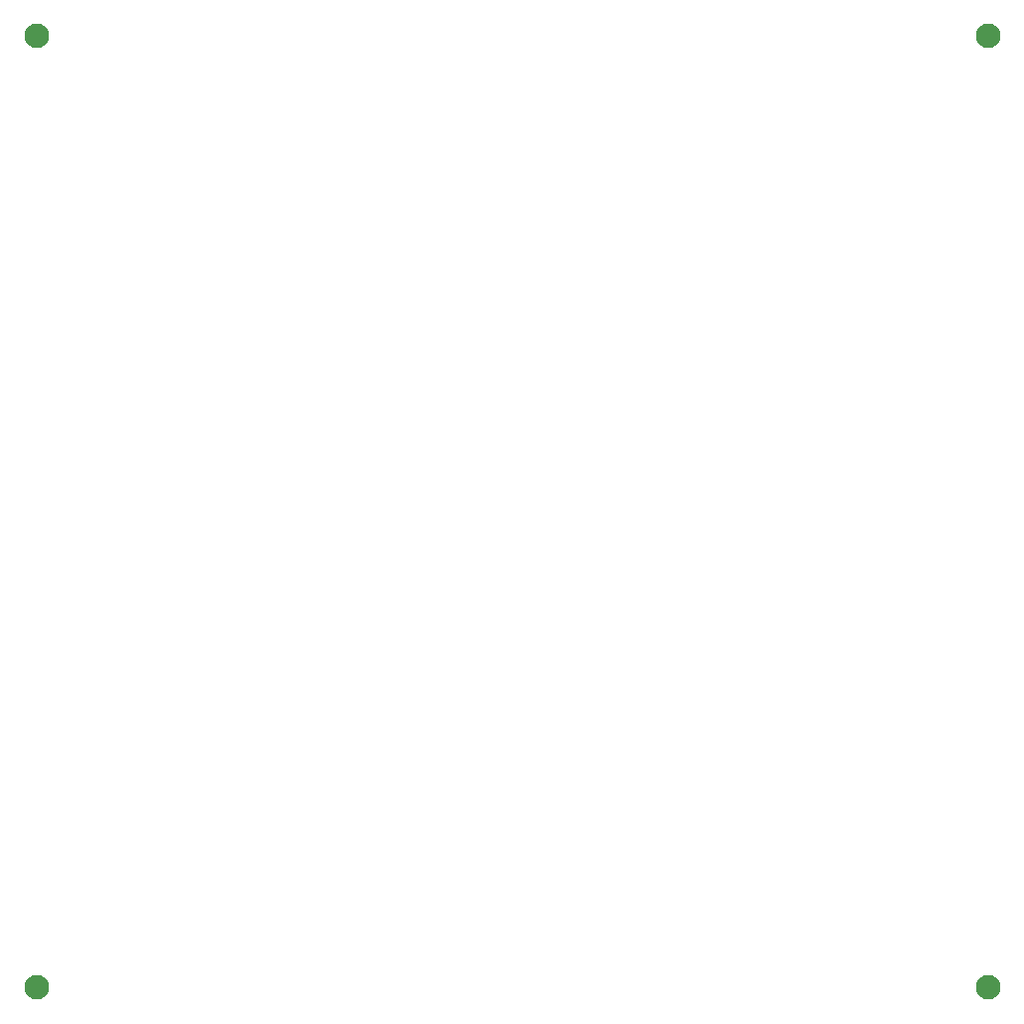
<source format=gbr>
%TF.GenerationSoftware,Altium Limited,Altium Designer,20.1.12 (249)*%
G04 Layer_Physical_Order=2*
G04 Layer_Color=16711680*
%FSLAX26Y26*%
%MOIN*%
%TF.SameCoordinates,9A69000A-E238-45F2-933B-10B012A913B3*%
%TF.FilePolarity,Positive*%
%TF.FileFunction,Copper,L2,Bot,Signal*%
%TF.Part,Single*%
G01*
G75*
%TA.AperFunction,ViaPad*%
%ADD10C,0.082677*%
D10*
X176969Y3366218D02*
D03*
Y177242D02*
D03*
X3365945Y3366218D02*
D03*
Y177242D02*
D03*
%TF.MD5,6b681c622890215b3bdf5d5b60c34bfd*%
M02*

</source>
